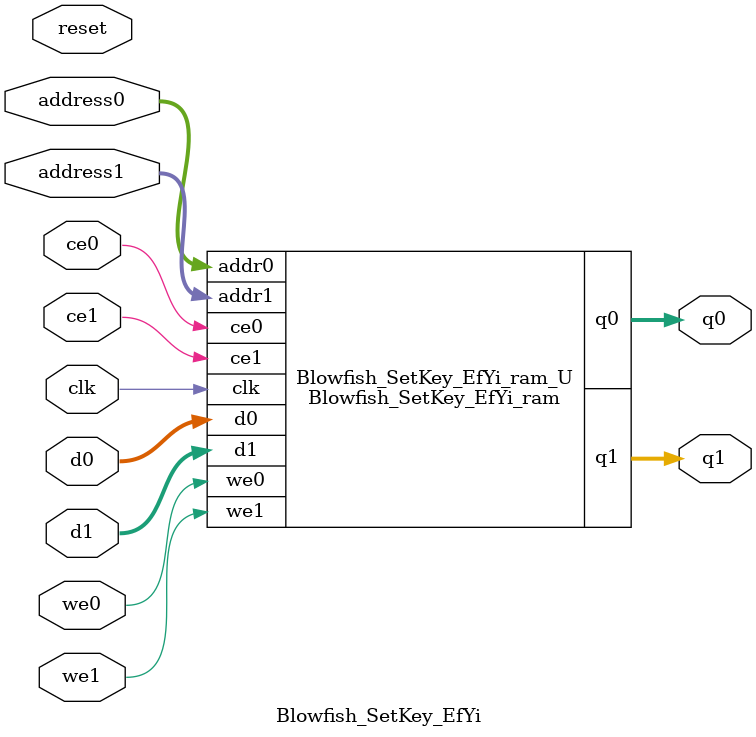
<source format=v>
`timescale 1 ns / 1 ps
module Blowfish_SetKey_EfYi_ram (addr0, ce0, d0, we0, q0, addr1, ce1, d1, we1, q1,  clk);

parameter DWIDTH = 8;
parameter AWIDTH = 3;
parameter MEM_SIZE = 8;

input[AWIDTH-1:0] addr0;
input ce0;
input[DWIDTH-1:0] d0;
input we0;
output reg[DWIDTH-1:0] q0;
input[AWIDTH-1:0] addr1;
input ce1;
input[DWIDTH-1:0] d1;
input we1;
output reg[DWIDTH-1:0] q1;
input clk;

(* ram_style = "block" *)reg [DWIDTH-1:0] ram[0:MEM_SIZE-1];




always @(posedge clk)  
begin 
    if (ce0) begin
        if (we0) 
            ram[addr0] <= d0; 
        q0 <= ram[addr0];
    end
end


always @(posedge clk)  
begin 
    if (ce1) begin
        if (we1) 
            ram[addr1] <= d1; 
        q1 <= ram[addr1];
    end
end


endmodule

`timescale 1 ns / 1 ps
module Blowfish_SetKey_EfYi(
    reset,
    clk,
    address0,
    ce0,
    we0,
    d0,
    q0,
    address1,
    ce1,
    we1,
    d1,
    q1);

parameter DataWidth = 32'd8;
parameter AddressRange = 32'd8;
parameter AddressWidth = 32'd3;
input reset;
input clk;
input[AddressWidth - 1:0] address0;
input ce0;
input we0;
input[DataWidth - 1:0] d0;
output[DataWidth - 1:0] q0;
input[AddressWidth - 1:0] address1;
input ce1;
input we1;
input[DataWidth - 1:0] d1;
output[DataWidth - 1:0] q1;



Blowfish_SetKey_EfYi_ram Blowfish_SetKey_EfYi_ram_U(
    .clk( clk ),
    .addr0( address0 ),
    .ce0( ce0 ),
    .we0( we0 ),
    .d0( d0 ),
    .q0( q0 ),
    .addr1( address1 ),
    .ce1( ce1 ),
    .we1( we1 ),
    .d1( d1 ),
    .q1( q1 ));

endmodule


</source>
